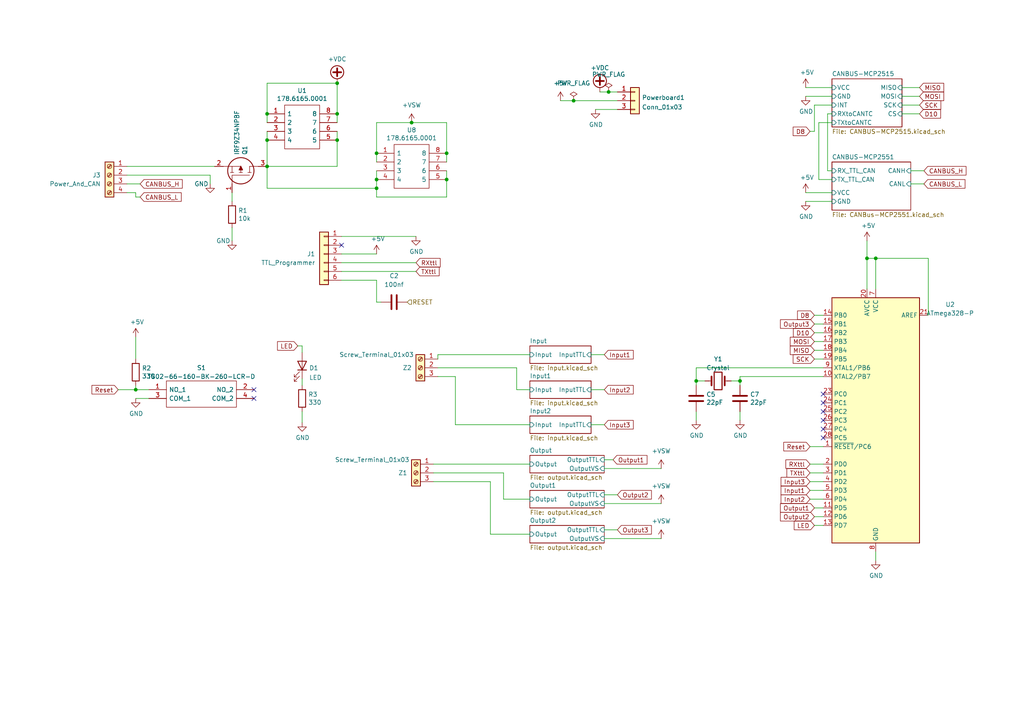
<source format=kicad_sch>
(kicad_sch (version 20250114) (generator "eeschema") (generator_version "9.0")
  (paper "A4")
  (lib_symbols
    (symbol "Connector:Screw_Terminal_01x03" (pin_names (offset 1.016) (hide yes))
      (property "Reference" "J" (at 0 5.08 0))
      (property "Value" "Screw_Terminal_01x03" (at 0 -5.08 0))
      (symbol "Screw_Terminal_01x03_1_1"
        (rectangle (start -1.27 3.81) (end 1.27 -3.81) (stroke (width 0.254)) (fill (type background)))
        (polyline (pts (xy -0.5334 2.8702) (xy 0.3302 2.032)) (stroke (width 0.1524)))
        (polyline (pts (xy -0.5334 0.3302) (xy 0.3302 -0.508)) (stroke (width 0.1524)))
        (polyline (pts (xy -0.5334 -2.2098) (xy 0.3302 -3.048)) (stroke (width 0.1524)))
        (polyline (pts (xy -0.3556 3.048) (xy 0.508 2.2098)) (stroke (width 0.1524)))
        (polyline (pts (xy -0.3556 0.508) (xy 0.508 -0.3302)) (stroke (width 0.1524)))
        (polyline (pts (xy -0.3556 -2.032) (xy 0.508 -2.8702)) (stroke (width 0.1524)))
        (circle (center 0 2.54) (radius 0.635) (stroke (width 0.1524)))
        (circle (center 0 0) (radius 0.635) (stroke (width 0.1524)))
        (circle (center 0 -2.54) (radius 0.635) (stroke (width 0.1524)))
        (pin passive line (at -5.08 2.54 0) (length 3.81) (name "Pin_1") (number "1"))
        (pin passive line (at -5.08 0 0) (length 3.81) (name "Pin_2") (number "2"))
        (pin passive line (at -5.08 -2.54 0) (length 3.81) (name "Pin_3") (number "3"))
      )
    )
    (symbol "Connector:Screw_Terminal_01x04" (pin_names (offset 1.016) (hide yes))
      (property "Reference" "J" (at 0 5.08 0))
      (property "Value" "Screw_Terminal_01x04" (at 0 -7.62 0))
      (symbol "Screw_Terminal_01x04_1_1"
        (rectangle (start -1.27 3.81) (end 1.27 -6.35) (stroke (width 0.254)) (fill (type background)))
        (polyline (pts (xy -0.5334 2.8702) (xy 0.3302 2.032)) (stroke (width 0.1524)))
        (polyline (pts (xy -0.5334 0.3302) (xy 0.3302 -0.508)) (stroke (width 0.1524)))
        (polyline (pts (xy -0.5334 -2.2098) (xy 0.3302 -3.048)) (stroke (width 0.1524)))
        (polyline (pts (xy -0.5334 -4.7498) (xy 0.3302 -5.588)) (stroke (width 0.1524)))
        (polyline (pts (xy -0.3556 3.048) (xy 0.508 2.2098)) (stroke (width 0.1524)))
        (polyline (pts (xy -0.3556 0.508) (xy 0.508 -0.3302)) (stroke (width 0.1524)))
        (polyline (pts (xy -0.3556 -2.032) (xy 0.508 -2.8702)) (stroke (width 0.1524)))
        (polyline (pts (xy -0.3556 -4.572) (xy 0.508 -5.4102)) (stroke (width 0.1524)))
        (circle (center 0 2.54) (radius 0.635) (stroke (width 0.1524)))
        (circle (center 0 0) (radius 0.635) (stroke (width 0.1524)))
        (circle (center 0 -2.54) (radius 0.635) (stroke (width 0.1524)))
        (circle (center 0 -5.08) (radius 0.635) (stroke (width 0.1524)))
        (pin passive line (at -5.08 2.54 0) (length 3.81) (name "Pin_1") (number "1"))
        (pin passive line (at -5.08 0 0) (length 3.81) (name "Pin_2") (number "2"))
        (pin passive line (at -5.08 -2.54 0) (length 3.81) (name "Pin_3") (number "3"))
        (pin passive line (at -5.08 -5.08 0) (length 3.81) (name "Pin_4") (number "4"))
      )
    )
    (symbol "Connector_Generic:Conn_01x03" (pin_names (offset 1.016) (hide yes))
      (property "Reference" "J" (at 0 5.08 0))
      (property "Value" "Conn_01x03" (at 0 -5.08 0))
      (symbol "Conn_01x03_1_1"
        (rectangle (start -1.27 3.81) (end 1.27 -3.81) (stroke (width 0.254)) (fill (type background)))
        (rectangle (start -1.27 2.667) (end 0 2.413) (stroke (width 0.1524)))
        (rectangle (start -1.27 0.127) (end 0 -0.127) (stroke (width 0.1524)))
        (rectangle (start -1.27 -2.413) (end 0 -2.667) (stroke (width 0.1524)))
        (pin passive line (at -5.08 2.54 0) (length 3.81) (name "Pin_1") (number "1"))
        (pin passive line (at -5.08 0 0) (length 3.81) (name "Pin_2") (number "2"))
        (pin passive line (at -5.08 -2.54 0) (length 3.81) (name "Pin_3") (number "3"))
      )
    )
    (symbol "Connector_Generic:Conn_01x06" (pin_names (offset 1.016) (hide yes))
      (property "Reference" "J" (at 0 7.62 0))
      (property "Value" "Conn_01x06" (at 0 -10.16 0))
      (symbol "Conn_01x06_1_1"
        (rectangle (start -1.27 6.35) (end 1.27 -8.89) (stroke (width 0.254)) (fill (type background)))
        (rectangle (start -1.27 5.207) (end 0 4.953) (stroke (width 0.1524)))
        (rectangle (start -1.27 2.667) (end 0 2.413) (stroke (width 0.1524)))
        (rectangle (start -1.27 0.127) (end 0 -0.127) (stroke (width 0.1524)))
        (rectangle (start -1.27 -2.413) (end 0 -2.667) (stroke (width 0.1524)))
        (rectangle (start -1.27 -4.953) (end 0 -5.207) (stroke (width 0.1524)))
        (rectangle (start -1.27 -7.493) (end 0 -7.747) (stroke (width 0.1524)))
        (pin passive line (at -5.08 5.08 0) (length 3.81) (name "Pin_1") (number "1"))
        (pin passive line (at -5.08 2.54 0) (length 3.81) (name "Pin_2") (number "2"))
        (pin passive line (at -5.08 0 0) (length 3.81) (name "Pin_3") (number "3"))
        (pin passive line (at -5.08 -2.54 0) (length 3.81) (name "Pin_4") (number "4"))
        (pin passive line (at -5.08 -5.08 0) (length 3.81) (name "Pin_5") (number "5"))
        (pin passive line (at -5.08 -7.62 0) (length 3.81) (name "Pin_6") (number "6"))
      )
    )
    (symbol "Device:C" (pin_numbers (hide yes)) (pin_names (offset 0.254))
      (property "Reference" "C" (at 0.635 2.54 0))
      (property "Value" "C" (at 0.635 -2.54 0))
      (symbol "C_0_1"
        (polyline (pts (xy -2.032 0.762) (xy 2.032 0.762)) (stroke (width 0.508)))
        (polyline (pts (xy -2.032 -0.762) (xy 2.032 -0.762)) (stroke (width 0.508)))
      )
      (symbol "C_1_1"
        (pin passive line (at 0 3.81 270) (length 2.794) (name "~") (number "1"))
        (pin passive line (at 0 -3.81 90) (length 2.794) (name "~") (number "2"))
      )
    )
    (symbol "Device:Crystal" (pin_numbers (hide yes)) (pin_names (offset 1.016) (hide yes))
      (property "Reference" "Y" (at 0 3.81 0))
      (property "Value" "Crystal" (at 0 -3.81 0))
      (symbol "Crystal_0_1"
        (polyline (pts (xy -2.54 0) (xy -1.905 0)))
        (polyline (pts (xy -1.905 -1.27) (xy -1.905 1.27)) (stroke (width 0.508)))
        (rectangle (start -1.143 2.54) (end 1.143 -2.54) (stroke (width 0.3048)))
        (polyline (pts (xy 1.905 -1.27) (xy 1.905 1.27)) (stroke (width 0.508)))
        (polyline (pts (xy 2.54 0) (xy 1.905 0)))
      )
      (symbol "Crystal_1_1"
        (pin passive line (at -3.81 0 0) (length 1.27) (name "1") (number "1"))
        (pin passive line (at 3.81 0 180) (length 1.27) (name "2") (number "2"))
      )
    )
    (symbol "Device:LED" (pin_numbers (hide yes)) (pin_names (offset 1.016) (hide yes))
      (property "Reference" "D" (at 0 2.54 0))
      (property "Value" "LED" (at 0 -2.54 0))
      (symbol "LED_0_1"
        (polyline (pts (xy -3.048 -0.762) (xy -4.572 -2.286) (xy -3.81 -2.286) (xy -4.572 -2.286) (xy -4.572 -1.524)))
        (polyline (pts (xy -1.778 -0.762) (xy -3.302 -2.286) (xy -2.54 -2.286) (xy -3.302 -2.286) (xy -3.302 -1.524)))
        (polyline (pts (xy -1.27 0) (xy 1.27 0)))
        (polyline (pts (xy -1.27 -1.27) (xy -1.27 1.27)) (stroke (width 0.254)))
        (polyline (pts (xy 1.27 -1.27) (xy 1.27 1.27) (xy -1.27 0) (xy 1.27 -1.27)) (stroke (width 0.254)))
      )
      (symbol "LED_1_1"
        (pin passive line (at -3.81 0 0) (length 2.54) (name "K") (number "1"))
        (pin passive line (at 3.81 0 180) (length 2.54) (name "A") (number "2"))
      )
    )
    (symbol "Device:R" (pin_numbers (hide yes)) (pin_names (offset 0))
      (property "Reference" "R" (at 2.032 0 90))
      (property "Value" "R" (at 0 0 90))
      (symbol "R_0_1"
        (rectangle (start -1.016 -2.54) (end 1.016 2.54) (stroke (width 0.254)))
      )
      (symbol "R_1_1"
        (pin passive line (at 0 3.81 270) (length 1.27) (name "~") (number "1"))
        (pin passive line (at 0 -3.81 90) (length 1.27) (name "~") (number "2"))
      )
    )
    (symbol "MCU_Microchip_ATmega:ATmega328-P"
      (property "Reference" "U" (at -12.7 36.83 0))
      (property "Value" "ATmega328-P" (at 2.54 -36.83 0))
      (symbol "ATmega328-P_0_1"
        (rectangle (start -12.7 -35.56) (end 12.7 35.56) (stroke (width 0.254)) (fill (type background)))
      )
      (symbol "ATmega328-P_1_1"
        (pin passive line (at -15.24 30.48 0) (length 2.54) (name "AREF") (number "21"))
        (pin power_in line (at 0 38.1 270) (length 2.54) (name "VCC") (number "7"))
        (pin passive line (at 0 -38.1 90) (length 2.54) (hide yes) (name "GND") (number "22"))
        (pin power_in line (at 0 -38.1 90) (length 2.54) (name "GND") (number "8"))
        (pin power_in line (at 2.54 38.1 270) (length 2.54) (name "AVCC") (number "20"))
        (pin bidirectional line (at 15.24 30.48 180) (length 2.54) (name "PB0") (number "14"))
        (pin bidirectional line (at 15.24 27.94 180) (length 2.54) (name "PB1") (number "15"))
        (pin bidirectional line (at 15.24 25.4 180) (length 2.54) (name "PB2") (number "16"))
        (pin bidirectional line (at 15.24 22.86 180) (length 2.54) (name "PB3") (number "17"))
        (pin bidirectional line (at 15.24 20.32 180) (length 2.54) (name "PB4") (number "18"))
        (pin bidirectional line (at 15.24 17.78 180) (length 2.54) (name "PB5") (number "19"))
        (pin bidirectional line (at 15.24 15.24 180) (length 2.54) (name "XTAL1/PB6") (number "9"))
        (pin bidirectional line (at 15.24 12.7 180) (length 2.54) (name "XTAL2/PB7") (number "10"))
        (pin bidirectional line (at 15.24 7.62 180) (length 2.54) (name "PC0") (number "23"))
        (pin bidirectional line (at 15.24 5.08 180) (length 2.54) (name "PC1") (number "24"))
        (pin bidirectional line (at 15.24 2.54 180) (length 2.54) (name "PC2") (number "25"))
        (pin bidirectional line (at 15.24 0 180) (length 2.54) (name "PC3") (number "26"))
        (pin bidirectional line (at 15.24 -2.54 180) (length 2.54) (name "PC4") (number "27"))
        (pin bidirectional line (at 15.24 -5.08 180) (length 2.54) (name "PC5") (number "28"))
        (pin bidirectional line (at 15.24 -7.62 180) (length 2.54) (name "~{RESET}/PC6") (number "1"))
        (pin bidirectional line (at 15.24 -12.7 180) (length 2.54) (name "PD0") (number "2"))
        (pin bidirectional line (at 15.24 -15.24 180) (length 2.54) (name "PD1") (number "3"))
        (pin bidirectional line (at 15.24 -17.78 180) (length 2.54) (name "PD2") (number "4"))
        (pin bidirectional line (at 15.24 -20.32 180) (length 2.54) (name "PD3") (number "5"))
        (pin bidirectional line (at 15.24 -22.86 180) (length 2.54) (name "PD4") (number "6"))
        (pin bidirectional line (at 15.24 -25.4 180) (length 2.54) (name "PD5") (number "11"))
        (pin bidirectional line (at 15.24 -27.94 180) (length 2.54) (name "PD6") (number "12"))
        (pin bidirectional line (at 15.24 -30.48 180) (length 2.54) (name "PD7") (number "13"))
      )
    )
    (symbol "SamacSys_Parts:178.6165.0001" (pin_names (offset 0.762))
      (property "Reference" "U" (at 16.51 7.62 0))
      (property "Value" "SamacSys_Parts_178.6165.0001" (at 16.51 5.08 0))
      (symbol "178.6165.0001_0_0"
        (pin passive line (at 0 0 0) (length 5.08) (name "1") (number "1"))
        (pin passive line (at 0 -2.54 0) (length 5.08) (name "2") (number "2"))
        (pin passive line (at 0 -5.08 0) (length 5.08) (name "3") (number "3"))
        (pin passive line (at 0 -7.62 0) (length 5.08) (name "4") (number "4"))
        (pin passive line (at 20.32 0 180) (length 5.08) (name "8") (number "8"))
        (pin passive line (at 20.32 -2.54 180) (length 5.08) (name "7") (number "7"))
        (pin passive line (at 20.32 -5.08 180) (length 5.08) (name "6") (number "6"))
        (pin passive line (at 20.32 -7.62 180) (length 5.08) (name "5") (number "5"))
      )
      (symbol "178.6165.0001_0_1"
        (polyline (pts (xy 5.08 2.54) (xy 15.24 2.54) (xy 15.24 -10.16) (xy 5.08 -10.16) (xy 5.08 2.54)) (stroke (width 0.1524)))
      )
    )
    (symbol "SamacSys_Parts:IRF9Z34NPBF" (pin_names (offset 0.762))
      (property "Reference" "Q" (at 11.43 3.81 0))
      (property "Value" "SamacSys_Parts_IRF9Z34NPBF" (at 11.43 1.27 0))
      (symbol "IRF9Z34NPBF_0_0"
        (pin passive line (at 0 0 0) (length 2.54) (name "~") (number "1"))
        (pin passive line (at 7.62 10.16 270) (length 2.54) (name "~") (number "3"))
        (pin passive line (at 7.62 -5.08 90) (length 2.54) (name "~") (number "2"))
      )
      (symbol "IRF9Z34NPBF_0_1"
        (polyline (pts (xy 2.54 0) (xy 5.08 0) (xy 5.08 5.08)) (stroke (width 0.1524)))
        (polyline (pts (xy 5.842 5.588) (xy 5.842 4.572)) (stroke (width 0.1524)))
        (polyline (pts (xy 5.842 2.032) (xy 5.842 3.048)) (stroke (width 0.1524)))
        (polyline (pts (xy 5.842 0) (xy 7.62 0)) (stroke (width 0.1524)))
        (polyline (pts (xy 5.842 -0.508) (xy 5.842 0.508)) (stroke (width 0.1524)))
        (circle (center 6.35 2.54) (radius 3.81) (stroke (width 0.254)))
        (polyline (pts (xy 7.62 5.08) (xy 5.842 5.08)) (stroke (width 0.1524)))
        (polyline (pts (xy 7.62 5.08) (xy 7.62 7.62)) (stroke (width 0.1524)))
        (polyline (pts (xy 7.62 2.54) (xy 5.842 2.54)) (stroke (width 0.1524)))
        (polyline (pts (xy 7.62 2.54) (xy 7.62 -2.54)) (stroke (width 0.1524)))
        (polyline (pts (xy 7.62 2.54) (xy 6.604 3.048) (xy 6.604 2.032) (xy 7.62 2.54)) (stroke (width 0.254)) (fill (type outline)))
      )
    )
    (symbol "SamacSys_Parts:TS02-66-160-BK-260-LCR-D" (pin_names (offset 0.762))
      (property "Reference" "S" (at 26.67 7.62 0))
      (property "Value" "TS02-66-160-BK-260-LCR-D" (at 26.67 5.08 0))
      (symbol "TS02-66-160-BK-260-LCR-D_0_0"
        (pin passive line (at 0 0 0) (length 5.08) (name "NO_1") (number "1"))
        (pin passive line (at 0 -2.54 0) (length 5.08) (name "COM_1") (number "3"))
        (pin passive line (at 30.48 0 180) (length 5.08) (name "NO_2") (number "2"))
        (pin passive line (at 30.48 -2.54 180) (length 5.08) (name "COM_2") (number "4"))
      )
      (symbol "TS02-66-160-BK-260-LCR-D_0_1"
        (polyline (pts (xy 5.08 2.54) (xy 25.4 2.54) (xy 25.4 -5.08) (xy 5.08 -5.08) (xy 5.08 2.54)) (stroke (width 0.1524)))
      )
    )
    (symbol "power:+5V" (power) (pin_names (offset 0))
      (property "Value" "+5V" (at 0 3.556 0))
      (symbol "+5V_0_1"
        (polyline (pts (xy -0.762 1.27) (xy 0 2.54)))
        (polyline (pts (xy 0 2.54) (xy 0.762 1.27)))
        (polyline (pts (xy 0 0) (xy 0 2.54)))
      )
      (symbol "+5V_1_1"
        (pin power_in line (at 0 0 90) (length 0) (hide yes) (name "+5V") (number "1"))
      )
    )
    (symbol "power:+VDC" (power) (pin_names (offset 0))
      (property "Value" "+VDC" (at 0 6.35 0))
      (symbol "+VDC_0_1"
        (polyline (pts (xy -1.143 3.175) (xy 1.143 3.175)) (stroke (width 0.508)))
        (circle (center 0 3.175) (radius 1.905) (stroke (width 0.254)))
        (polyline (pts (xy 0 2.032) (xy 0 4.318)) (stroke (width 0.508)))
        (polyline (pts (xy 0 0) (xy 0 1.27)))
      )
      (symbol "+VDC_1_1"
        (pin power_in line (at 0 0 90) (length 0) (hide yes) (name "+VDC") (number "1"))
      )
    )
    (symbol "power:+VSW" (power) (pin_numbers (hide yes)) (pin_names (offset 0) (hide yes))
      (property "Value" "+VSW" (at 0 3.556 0))
      (symbol "+VSW_0_1"
        (polyline (pts (xy -0.762 1.27) (xy 0 2.54)))
        (polyline (pts (xy 0 2.54) (xy 0.762 1.27)))
        (polyline (pts (xy 0 0) (xy 0 2.54)))
      )
      (symbol "+VSW_1_1"
        (pin power_in line (at 0 0 90) (length 0) (name "~") (number "1"))
      )
    )
    (symbol "power:GND" (power) (pin_names (offset 0))
      (property "Value" "GND" (at 0 -3.81 0))
      (symbol "GND_0_1"
        (polyline (pts (xy 0 0) (xy 0 -1.27) (xy 1.27 -1.27) (xy 0 -2.54) (xy -1.27 -1.27) (xy 0 -1.27)))
      )
      (symbol "GND_1_1"
        (pin power_in line (at 0 0 270) (length 0) (hide yes) (name "GND") (number "1"))
      )
    )
    (symbol "power:PWR_FLAG" (power) (pin_numbers (hide yes)) (pin_names (offset 0) (hide yes))
      (property "Value" "PWR_FLAG" (at 0 3.81 0))
      (symbol "PWR_FLAG_0_0"
        (pin power_out line (at 0 0 90) (length 0) (name "~") (number "1"))
      )
      (symbol "PWR_FLAG_0_1"
        (polyline (pts (xy 0 0) (xy 0 1.27) (xy -1.016 1.905) (xy 0 2.54) (xy 1.016 1.905) (xy 0 1.27)))
      )
    )
  )
  (junction (at 129.54 52.07))
  (junction (at 109.22 44.45))
  (junction (at 166.37 29.21))
  (junction (at 39.37 113.03))
  (junction (at 109.22 52.07))
  (junction (at 176.53 26.67))
  (junction (at 97.79 40.64))
  (junction (at 97.79 33.02))
  (junction (at 77.47 40.64))
  (junction (at 251.46 74.93))
  (junction (at 97.79 24.13))
  (junction (at 201.93 110.49))
  (junction (at 119.38 35.56))
  (junction (at 77.47 33.02))
  (junction (at 129.54 44.45))
  (junction (at 109.22 54.61))
  (junction (at 77.47 48.26))
  (junction (at 254 74.93))
  (junction (at 214.63 110.49))
  (no_connect (at 238.76 121.92))
  (no_connect (at 73.66 113.03))
  (no_connect (at 238.76 124.46))
  (no_connect (at 238.76 119.38))
  (no_connect (at 73.66 115.57))
  (no_connect (at 99.06 71.12))
  (no_connect (at 238.76 127))
  (no_connect (at 238.76 116.84))
  (no_connect (at 238.76 114.3))
  (wire (pts (xy 175.26 143.51) (xy 179.07 143.51)))
  (wire (pts (xy 109.22 52.07) (xy 109.22 54.61)))
  (wire (pts (xy 171.45 102.87) (xy 175.26 102.87)))
  (wire (pts (xy 99.06 68.58) (xy 120.65 68.58)))
  (wire (pts (xy 77.47 35.56) (xy 77.47 33.02)))
  (wire (pts (xy 129.54 57.15) (xy 109.22 57.15)))
  (wire (pts (xy 254 160.02) (xy 254 162.56)))
  (wire (pts (xy 234.95 142.24) (xy 238.76 142.24)))
  (wire (pts (xy 240.03 33.02) (xy 240.03 49.53)))
  (wire (pts (xy 201.93 110.49) (xy 201.93 111.76)))
  (wire (pts (xy 129.54 44.45) (xy 129.54 35.56)))
  (wire (pts (xy 109.22 49.53) (xy 109.22 52.07)))
  (wire (pts (xy 40.64 57.15) (xy 39.37 57.15)))
  (wire (pts (xy 109.22 87.63) (xy 110.49 87.63)))
  (wire (pts (xy 264.16 53.34) (xy 267.97 53.34)))
  (wire (pts (xy 39.37 111.76) (xy 39.37 113.03)))
  (wire (pts (xy 236.22 91.44) (xy 238.76 91.44)))
  (wire (pts (xy 36.83 53.34) (xy 40.64 53.34)))
  (wire (pts (xy 109.22 81.28) (xy 99.06 81.28)))
  (wire (pts (xy 125.73 137.16) (xy 146.05 137.16)))
  (wire (pts (xy 162.56 29.21) (xy 166.37 29.21)))
  (wire (pts (xy 39.37 97.79) (xy 39.37 104.14)))
  (wire (pts (xy 214.63 119.38) (xy 214.63 121.92)))
  (wire (pts (xy 236.22 99.06) (xy 238.76 99.06)))
  (wire (pts (xy 39.37 113.03) (xy 43.18 113.03)))
  (wire (pts (xy 175.26 133.35) (xy 177.8 133.35)))
  (wire (pts (xy 142.24 154.94) (xy 153.67 154.94)))
  (wire (pts (xy 240.03 49.53) (xy 241.3 49.53)))
  (wire (pts (xy 132.08 123.19) (xy 132.08 109.22)))
  (wire (pts (xy 236.22 96.52) (xy 238.76 96.52)))
  (wire (pts (xy 127 106.68) (xy 149.86 106.68)))
  (wire (pts (xy 261.62 27.94) (xy 266.7 27.94)))
  (wire (pts (xy 109.22 46.99) (xy 109.22 44.45)))
  (wire (pts (xy 236.22 104.14) (xy 238.76 104.14)))
  (wire (pts (xy 236.22 152.4) (xy 238.76 152.4)))
  (wire (pts (xy 149.86 113.03) (xy 153.67 113.03)))
  (wire (pts (xy 39.37 57.15) (xy 39.37 55.88)))
  (wire (pts (xy 254 74.93) (xy 251.46 74.93)))
  (wire (pts (xy 67.31 66.04) (xy 67.31 69.85)))
  (wire (pts (xy 109.22 87.63) (xy 109.22 81.28)))
  (wire (pts (xy 233.68 25.4) (xy 241.3 25.4)))
  (wire (pts (xy 269.24 91.44) (xy 269.24 74.93)))
  (wire (pts (xy 261.62 30.48) (xy 266.7 30.48)))
  (wire (pts (xy 146.05 144.78) (xy 153.67 144.78)))
  (wire (pts (xy 142.24 139.7) (xy 142.24 154.94)))
  (wire (pts (xy 77.47 24.13) (xy 77.47 33.02)))
  (wire (pts (xy 39.37 55.88) (xy 36.83 55.88)))
  (wire (pts (xy 201.93 106.68) (xy 201.93 110.49)))
  (wire (pts (xy 171.45 113.03) (xy 175.26 113.03)))
  (wire (pts (xy 234.95 137.16) (xy 238.76 137.16)))
  (wire (pts (xy 129.54 49.53) (xy 129.54 52.07)))
  (wire (pts (xy 87.63 100.33) (xy 87.63 102.235)))
  (wire (pts (xy 234.95 134.62) (xy 238.76 134.62)))
  (wire (pts (xy 99.06 73.66) (xy 109.22 73.66)))
  (wire (pts (xy 212.09 110.49) (xy 214.63 110.49)))
  (wire (pts (xy 251.46 74.93) (xy 251.46 83.82)))
  (wire (pts (xy 77.47 48.26) (xy 77.47 54.61)))
  (wire (pts (xy 254 74.93) (xy 254 83.82)))
  (wire (pts (xy 234.95 139.7) (xy 238.76 139.7)))
  (wire (pts (xy 261.62 25.4) (xy 266.7 25.4)))
  (wire (pts (xy 264.16 49.53) (xy 267.97 49.53)))
  (wire (pts (xy 233.68 58.42) (xy 241.3 58.42)))
  (wire (pts (xy 153.67 102.87) (xy 127 102.87)))
  (wire (pts (xy 67.31 58.42) (xy 67.31 55.88)))
  (wire (pts (xy 175.26 135.89) (xy 191.77 135.89)))
  (wire (pts (xy 77.47 24.13) (xy 97.79 24.13)))
  (wire (pts (xy 214.63 109.22) (xy 214.63 110.49)))
  (wire (pts (xy 237.49 35.56) (xy 237.49 52.07)))
  (wire (pts (xy 171.45 123.19) (xy 175.26 123.19)))
  (wire (pts (xy 175.26 153.67) (xy 179.07 153.67)))
  (wire (pts (xy 153.67 123.19) (xy 132.08 123.19)))
  (wire (pts (xy 125.73 134.62) (xy 153.67 134.62)))
  (wire (pts (xy 97.79 48.26) (xy 97.79 40.64)))
  (wire (pts (xy 269.24 74.93) (xy 254 74.93)))
  (wire (pts (xy 129.54 46.99) (xy 129.54 44.45)))
  (wire (pts (xy 233.68 55.88) (xy 241.3 55.88)))
  (wire (pts (xy 201.93 119.38) (xy 201.93 121.92)))
  (wire (pts (xy 97.79 33.02) (xy 97.79 24.13)))
  (wire (pts (xy 261.62 33.02) (xy 266.7 33.02)))
  (wire (pts (xy 109.22 35.56) (xy 109.22 44.45)))
  (wire (pts (xy 201.93 106.68) (xy 238.76 106.68)))
  (wire (pts (xy 175.26 156.21) (xy 191.77 156.21)))
  (wire (pts (xy 166.37 29.21) (xy 179.07 29.21)))
  (wire (pts (xy 127 102.87) (xy 127 104.14)))
  (wire (pts (xy 87.63 109.855) (xy 87.63 111.76)))
  (wire (pts (xy 97.79 35.56) (xy 97.79 33.02)))
  (wire (pts (xy 172.72 31.75) (xy 179.07 31.75)))
  (wire (pts (xy 77.47 38.1) (xy 77.47 40.64)))
  (wire (pts (xy 234.95 129.54) (xy 238.76 129.54)))
  (wire (pts (xy 241.3 30.48) (xy 236.22 30.48)))
  (wire (pts (xy 236.22 149.86) (xy 238.76 149.86)))
  (wire (pts (xy 176.53 26.67) (xy 179.07 26.67)))
  (wire (pts (xy 236.22 147.32) (xy 238.76 147.32)))
  (wire (pts (xy 236.22 93.98) (xy 238.76 93.98)))
  (wire (pts (xy 236.22 30.48) (xy 236.22 38.1)))
  (wire (pts (xy 204.47 110.49) (xy 201.93 110.49)))
  (wire (pts (xy 234.95 144.78) (xy 238.76 144.78)))
  (wire (pts (xy 119.38 35.56) (xy 129.54 35.56)))
  (wire (pts (xy 251.46 69.85) (xy 251.46 74.93)))
  (wire (pts (xy 237.49 52.07) (xy 241.3 52.07)))
  (wire (pts (xy 125.73 139.7) (xy 142.24 139.7)))
  (wire (pts (xy 236.22 101.6) (xy 238.76 101.6)))
  (wire (pts (xy 146.05 137.16) (xy 146.05 144.78)))
  (wire (pts (xy 109.22 54.61) (xy 77.47 54.61)))
  (wire (pts (xy 97.79 40.64) (xy 97.79 38.1)))
  (wire (pts (xy 236.22 38.1) (xy 234.95 38.1)))
  (wire (pts (xy 129.54 52.07) (xy 129.54 57.15)))
  (wire (pts (xy 34.29 113.03) (xy 39.37 113.03)))
  (wire (pts (xy 241.3 33.02) (xy 240.03 33.02)))
  (wire (pts (xy 99.06 76.2) (xy 120.65 76.2)))
  (wire (pts (xy 149.86 106.68) (xy 149.86 113.03)))
  (wire (pts (xy 109.22 35.56) (xy 119.38 35.56)))
  (wire (pts (xy 99.06 78.74) (xy 120.65 78.74)))
  (wire (pts (xy 77.47 40.64) (xy 77.47 48.26)))
  (wire (pts (xy 39.37 115.57) (xy 43.18 115.57)))
  (wire (pts (xy 77.47 48.26) (xy 97.79 48.26)))
  (wire (pts (xy 36.83 48.26) (xy 62.23 48.26)))
  (wire (pts (xy 175.26 146.05) (xy 191.77 146.05)))
  (wire (pts (xy 214.63 110.49) (xy 214.63 111.76)))
  (wire (pts (xy 173.99 26.67) (xy 176.53 26.67)))
  (wire (pts (xy 86.36 100.33) (xy 87.63 100.33)))
  (wire (pts (xy 214.63 109.22) (xy 238.76 109.22)))
  (wire (pts (xy 132.08 109.22) (xy 127 109.22)))
  (wire (pts (xy 87.63 119.38) (xy 87.63 122.555)))
  (wire (pts (xy 36.83 50.8) (xy 60.96 50.8)))
  (wire (pts (xy 60.96 53.34) (xy 60.96 50.8)))
  (wire (pts (xy 241.3 35.56) (xy 237.49 35.56)))
  (wire (pts (xy 233.68 27.94) (xy 241.3 27.94)))
  (wire (pts (xy 109.22 57.15) (xy 109.22 54.61)))
  (global_label "Input1" (shape input) (at 175.26 102.87 0) (property "Intersheetrefs" "${INTERSHEET_REFS}" (effects (hide yes))))
  (global_label "LED" (shape input) (at 236.22 152.4 180) (property "Intersheetrefs" "${INTERSHEET_REFS}" (effects (hide yes))))
  (global_label "CANBUS_L" (shape input) (at 267.97 53.34 0) (property "Intersheetrefs" "${INTERSHEET_REFS}" (effects (hide yes))))
  (global_label "Input2" (shape input) (at 234.95 144.78 180) (property "Intersheetrefs" "${INTERSHEET_REFS}" (effects (hide yes))))
  (global_label "Output2" (shape input) (at 236.22 149.86 180) (property "Intersheetrefs" "${INTERSHEET_REFS}" (effects (hide yes))))
  (global_label "Output1" (shape input) (at 236.22 147.32 180) (property "Intersheetrefs" "${INTERSHEET_REFS}" (effects (hide yes))))
  (global_label "SCK" (shape input) (at 236.22 104.14 180) (property "Intersheetrefs" "${INTERSHEET_REFS}" (effects (hide yes))))
  (global_label "LED" (shape input) (at 86.36 100.33 180) (property "Intersheetrefs" "${INTERSHEET_REFS}" (effects (hide yes))))
  (global_label "Input3" (shape input) (at 234.95 139.7 180) (property "Intersheetrefs" "${INTERSHEET_REFS}" (effects (hide yes))))
  (global_label "Reset" (shape input) (at 234.95 129.54 180) (property "Intersheetrefs" "${INTERSHEET_REFS}" (effects (hide yes))))
  (global_label "Input1" (shape input) (at 234.95 142.24 180) (property "Intersheetrefs" "${INTERSHEET_REFS}" (effects (hide yes))))
  (global_label "Input2" (shape input) (at 175.26 113.03 0) (property "Intersheetrefs" "${INTERSHEET_REFS}" (effects (hide yes))))
  (global_label "CANBUS_H" (shape input) (at 267.97 49.53 0) (property "Intersheetrefs" "${INTERSHEET_REFS}" (effects (hide yes))))
  (global_label "MISO" (shape input) (at 266.7 25.4 0) (property "Intersheetrefs" "${INTERSHEET_REFS}" (effects (hide yes))))
  (global_label "Output3" (shape input) (at 236.22 93.98 180) (property "Intersheetrefs" "${INTERSHEET_REFS}" (effects (hide yes))))
  (global_label "MOSI" (shape input) (at 266.7 27.94 0) (property "Intersheetrefs" "${INTERSHEET_REFS}" (effects (hide yes))))
  (global_label "Output1" (shape input) (at 177.8 133.35 0) (property "Intersheetrefs" "${INTERSHEET_REFS}" (effects (hide yes))))
  (global_label "TXttl" (shape input) (at 120.65 78.74 0) (property "Intersheetrefs" "${INTERSHEET_REFS}" (effects (hide yes))))
  (global_label "TXttl" (shape input) (at 234.95 137.16 180) (property "Intersheetrefs" "${INTERSHEET_REFS}" (effects (hide yes))))
  (global_label "RXttl" (shape input) (at 234.95 134.62 180) (property "Intersheetrefs" "${INTERSHEET_REFS}" (effects (hide yes))))
  (global_label "D8" (shape input) (at 234.95 38.1 180) (property "Intersheetrefs" "${INTERSHEET_REFS}" (effects (hide yes))))
  (global_label "Reset" (shape input) (at 34.29 113.03 180) (property "Intersheetrefs" "${INTERSHEET_REFS}" (effects (hide yes))))
  (global_label "Input3" (shape input) (at 175.26 123.19 0) (property "Intersheetrefs" "${INTERSHEET_REFS}" (effects (hide yes))))
  (global_label "CANBUS_L" (shape input) (at 40.64 57.15 0) (property "Intersheetrefs" "${INTERSHEET_REFS}" (effects (hide yes))))
  (global_label "MISO" (shape input) (at 236.22 101.6 180) (property "Intersheetrefs" "${INTERSHEET_REFS}" (effects (hide yes))))
  (global_label "Output2" (shape input) (at 179.07 143.51 0) (property "Intersheetrefs" "${INTERSHEET_REFS}" (effects (hide yes))))
  (global_label "Output3" (shape input) (at 179.07 153.67 0) (property "Intersheetrefs" "${INTERSHEET_REFS}" (effects (hide yes))))
  (global_label "CANBUS_H" (shape input) (at 40.64 53.34 0) (property "Intersheetrefs" "${INTERSHEET_REFS}" (effects (hide yes))))
  (global_label "D10" (shape input) (at 236.22 96.52 180) (property "Intersheetrefs" "${INTERSHEET_REFS}" (effects (hide yes))))
  (global_label "D8" (shape input) (at 236.22 91.44 180) (property "Intersheetrefs" "${INTERSHEET_REFS}" (effects (hide yes))))
  (global_label "MOSI" (shape input) (at 236.22 99.06 180) (property "Intersheetrefs" "${INTERSHEET_REFS}" (effects (hide yes))))
  (global_label "D10" (shape input) (at 266.7 33.02 0) (property "Intersheetrefs" "${INTERSHEET_REFS}" (effects (hide yes))))
  (global_label "SCK" (shape input) (at 266.7 30.48 0) (property "Intersheetrefs" "${INTERSHEET_REFS}" (effects (hide yes))))
  (global_label "RXttl" (shape input) (at 120.65 76.2 0) (property "Intersheetrefs" "${INTERSHEET_REFS}" (effects (hide yes))))
  (hierarchical_label "RESET" (shape input) (at 118.11 87.63 0))
  (symbol (lib_id "power:+5V") (at 162.56 29.21 0) (unit 1)
    (property "Reference" "#PWR07" (effects (hide yes)))
    (property "Value" "+5V" (at 162.56 24.13 0))
    (property "Description" "Power symbol creates a global label with name \"+5V\"" (effects (hide yes)))
  )
  (symbol (lib_id "power:GND") (at 39.37 115.57 0) (unit 1)
    (property "Reference" "#PWR04" (effects (hide yes)))
    (property "Value" "GND" (at 39.497 119.9642 0))
  )
  (symbol (lib_id "SamacSys_Parts:IRF9Z34NPBF") (at 67.31 55.88 270) (mirror x) (unit 1)
    (property "Reference" "Q1" (at 71.0184 44.958 0) (effects (justify left)))
    (property "Value" "IRF9Z34NPBF" (at 68.707 44.958 0) (effects (justify left)))
    (property "Footprint" "SamacSys_Parts:TO254P469X1042X1967-3P" (effects (hide yes)))
    (property "Datasheet" "https://www.infineon.com/dgdl/irf9z34npbf.pdf?fileId=5546d462533600a40153561220af1ddd" (effects (hide yes)))
    (property "Description" "MOSFET MOSFT PCh -55V -17A 100mOhm 23.3nC" (effects (hide yes)))
    (property "Height" "4.69" (effects (hide yes)))
    (property "Mouser Part Number" "942-IRF9Z34NPBF" (effects (hide yes)))
    (property "Mouser Price/Stock" "https://www.mouser.co.uk/ProductDetail/Infineon-IR/IRF9Z34NPBF?qs=9%252BKlkBgLFf16a%2FvlD%252BMCtQ%3D%3D" (effects (hide yes)))
    (property "Manufacturer_Name" "Infineon" (effects (hide yes)))
    (property "Manufacturer_Part_Number" "IRF9Z34NPBF" (effects (hide yes)))
  )
  (symbol (lib_id "SamacSys_Parts:178.6165.0001") (at 109.22 44.45 0) (unit 1)
    (property "Reference" "U8" (at 119.38 37.719 0))
    (property "Value" "178.6165.0001" (at 119.38 40.0304 0))
    (property "Footprint" "SamacSys_Parts:17861650001" (effects (hide yes)))
    (property "Description" "FLR PCB FUSE HOLDER FOR ATO STYLE BLADE FUSE RATED 58V" (effects (hide yes)))
    (property "Height" "17.5" (effects (hide yes)))
    (property "Mouser Part Number" "576-178.6165.0001" (effects (hide yes)))
    (property "Mouser Price/Stock" "https://www.mouser.co.uk/ProductDetail/Littelfuse/17861650001?qs=CSLd874fYV1KI1oBGU5EQg%3D%3D" (effects (hide yes)))
    (property "Manufacturer_Name" "LITTELFUSE" (effects (hide yes)))
    (property "Manufacturer_Part_Number" "178.6165.0001" (effects (hide yes)))
  )
  (symbol (lib_id "power:GND") (at 172.72 31.75 0) (unit 1)
    (property "Reference" "#PWR09" (effects (hide yes)))
    (property "Value" "GND" (at 172.847 36.1442 0))
    (property "Description" "Power symbol creates a global label with name \"GND\" , ground" (effects (hide yes)))
  )
  (symbol (lib_id "Connector:Screw_Terminal_01x03") (at 120.65 137.16 0) (mirror y) (unit 1)
    (property "Reference" "Z1" (at 116.84 137.16 0))
    (property "Value" "Screw_Terminal_01x03" (at 107.95 133.35 0))
    (property "Footprint" "TerminalBlock_Phoenix:TerminalBlock_Phoenix_MKDS-1,5-3-5.08_1x03_P5.08mm_Horizontal" (effects (hide yes)))
  )
  (symbol (lib_id "power:+VSW") (at 119.38 35.56 0) (unit 1)
    (property "Reference" "#PWR01" (effects (hide yes)))
    (property "Value" "+VSW" (at 119.38 30.48 0))
    (property "Description" "Power symbol creates a global label with name \"+VSW\"" (effects (hide yes)))
  )
  (symbol (lib_id "power:PWR_FLAG") (at 176.53 26.67 0) (unit 1)
    (property "Reference" "#FLG02" (effects (hide yes)))
    (property "Value" "PWR_FLAG" (at 176.53 21.59 0))
    (property "Description" "Special symbol for telling ERC where power comes from" (effects (hide yes)))
  )
  (symbol (lib_id "power:+VSW") (at 191.77 135.89 0) (unit 1)
    (property "Reference" "#PWR014" (effects (hide yes)))
    (property "Value" "+VSW" (at 191.77 130.81 0))
    (property "Description" "Power symbol creates a global label with name \"+VSW\"" (effects (hide yes)))
  )
  (symbol (lib_id "power:GND") (at 120.65 68.58 0) (unit 1)
    (property "Reference" "#PWR010" (effects (hide yes)))
    (property "Value" "GND" (at 120.777 72.9742 0))
  )
  (symbol (lib_id "power:+5V") (at 39.37 97.79 0) (unit 1)
    (property "Reference" "#PWR03" (effects (hide yes)))
    (property "Value" "+5V" (at 39.751 93.3958 0))
  )
  (symbol (lib_id "power:GND") (at 254 162.56 0) (unit 1)
    (property "Reference" "#PWR021" (effects (hide yes)))
    (property "Value" "GND" (at 254.127 166.9542 0))
  )
  (symbol (lib_id "power:+VDC") (at 173.99 26.67 0) (unit 1)
    (property "Reference" "#PWR011" (effects (hide yes)))
    (property "Value" "+VDC" (at 173.99 19.685 0))
    (property "Description" "Power symbol creates a global label with name \"+VDC\"" (effects (hide yes)))
  )
  (symbol (lib_id "power:GND") (at 87.63 122.555 0) (unit 1)
    (property "Reference" "#PWR06" (effects (hide yes)))
    (property "Value" "GND" (at 87.757 126.9492 0))
  )
  (symbol (lib_id "power:+5V") (at 233.68 55.88 0) (unit 1)
    (property "Reference" "#PWR018" (effects (hide yes)))
    (property "Value" "+5V" (at 234.061 51.4858 0))
  )
  (symbol (lib_id "power:GND") (at 60.96 53.34 0) (unit 1)
    (property "Reference" "#PWR012" (effects (hide yes)))
    (property "Value" "GND" (at 58.42 53.34 0))
  )
  (symbol (lib_id "power:+5V") (at 251.46 69.85 0) (unit 1)
    (property "Reference" "#PWR020" (effects (hide yes)))
    (property "Value" "+5V" (at 251.841 65.4558 0))
  )
  (symbol (lib_id "Connector:Screw_Terminal_01x04") (at 31.75 50.8 0) (mirror y) (unit 1)
    (property "Reference" "J3" (at 29.21 50.7999 0) (effects (justify left)))
    (property "Value" "Power_And_CAN" (at 29.21 53.3399 0) (effects (justify left)))
    (property "Footprint" "TerminalBlock_Phoenix:TerminalBlock_Phoenix_MPT-0,5-4-2.54_1x04_P2.54mm_Horizontal" (effects (hide yes)))
    (property "Description" "Generic screw terminal, single row, 01x04, script generated (kicad-library-utils/schlib/autogen/connector/)" (effects (hide yes)))
  )
  (symbol (lib_id "Device:C") (at 201.93 115.57 0) (unit 1)
    (property "Reference" "C5" (at 204.851 114.4016 0) (effects (justify left)))
    (property "Value" "22pF" (at 204.851 116.713 0) (effects (justify left)))
    (property "Footprint" "Capacitor_SMD:C_1206_3216Metric_Pad1.33x1.80mm_HandSolder" (effects (hide yes)))
  )
  (symbol (lib_id "Device:R") (at 39.37 107.95 0) (unit 1)
    (property "Reference" "R2" (at 41.148 106.7816 0) (effects (justify left)))
    (property "Value" "330" (at 41.148 109.093 0) (effects (justify left)))
    (property "Footprint" "Resistor_SMD:R_1206_3216Metric_Pad1.30x1.75mm_HandSolder" (effects (hide yes)))
  )
  (symbol (lib_id "power:GND") (at 233.68 27.94 0) (unit 1)
    (property "Reference" "#PWR017" (effects (hide yes)))
    (property "Value" "GND" (at 233.807 32.3342 0))
  )
  (symbol (lib_id "power:PWR_FLAG") (at 166.37 29.21 0) (unit 1)
    (property "Reference" "#FLG01" (effects (hide yes)))
    (property "Value" "PWR_FLAG" (at 166.37 24.13 0))
    (property "Description" "Special symbol for telling ERC where power comes from" (effects (hide yes)))
  )
  (symbol (lib_id "Device:R") (at 87.63 115.57 0) (unit 1)
    (property "Reference" "R3" (at 89.408 114.4016 0) (effects (justify left)))
    (property "Value" "330" (at 89.408 116.713 0) (effects (justify left)))
    (property "Footprint" "Resistor_SMD:R_1206_3216Metric_Pad1.30x1.75mm_HandSolder" (effects (hide yes)))
  )
  (symbol (lib_id "Connector_Generic:Conn_01x06") (at 93.98 73.66 0) (mirror y) (unit 1)
    (property "Reference" "J1" (at 91.44 73.6599 0) (effects (justify left)))
    (property "Value" "TTL_Programmer" (at 91.44 76.1999 0) (effects (justify left)))
    (property "Footprint" "Connector_PinHeader_2.54mm:PinHeader_1x06_P2.54mm_Vertical" (effects (hide yes)))
    (property "Description" "Generic connector, single row, 01x06, script generated (kicad-library-utils/schlib/autogen/connector/)" (effects (hide yes)))
  )
  (symbol (lib_id "power:GND") (at 233.68 58.42 0) (unit 1)
    (property "Reference" "#PWR019" (effects (hide yes)))
    (property "Value" "GND" (at 233.807 62.8142 0))
  )
  (symbol (lib_id "Device:C") (at 214.63 115.57 0) (unit 1)
    (property "Reference" "C7" (at 217.551 114.4016 0) (effects (justify left)))
    (property "Value" "22pF" (at 217.551 116.713 0) (effects (justify left)))
    (property "Footprint" "Capacitor_SMD:C_1206_3216Metric_Pad1.33x1.80mm_HandSolder" (effects (hide yes)))
  )
  (symbol (lib_id "Connector:Screw_Terminal_01x03") (at 121.92 106.68 0) (mirror y) (unit 1)
    (property "Reference" "Z2" (at 118.11 106.68 0))
    (property "Value" "Screw_Terminal_01x03" (at 109.22 102.87 0))
    (property "Footprint" "TerminalBlock_Phoenix:TerminalBlock_Phoenix_MKDS-1,5-3-5.08_1x03_P5.08mm_Horizontal" (effects (hide yes)))
  )
  (symbol (lib_id "MCU_Microchip_ATmega:ATmega328-P") (at 254 121.92 0) (mirror y) (unit 1)
    (property "Reference" "U2" (at 275.59 88.3159 0))
    (property "Value" "ATmega328-P" (at 275.59 90.8559 0))
    (property "Footprint" "Package_DIP:DIP-28_W7.62mm" (effects (hide yes)))
    (property "Datasheet" "http://ww1.microchip.com/downloads/en/DeviceDoc/ATmega328_P%20AVR%20MCU%20with%20picoPower%20Technology%20Data%20Sheet%2040001984A.pdf" (effects (hide yes)))
  )
  (symbol (lib_id "Connector_Generic:Conn_01x03") (at 184.15 29.21 0) (unit 1)
    (property "Reference" "Powerboard1" (at 186.182 28.3015 0) (effects (justify left)))
    (property "Value" "Conn_01x03" (at 186.182 31.0766 0) (effects (justify left)))
    (property "Footprint" "Connector_PinHeader_2.54mm:PinHeader_1x03_P2.54mm_Vertical" (effects (hide yes)))
    (property "Description" "Generic connector, single row, 01x03, script generated (kicad-library-utils/schlib/autogen/connector/)" (effects (hide yes)))
  )
  (symbol (lib_id "Device:Crystal") (at 208.28 110.49 0) (unit 1)
    (property "Reference" "Y1" (at 208.28 104.14 0))
    (property "Value" "Crystal" (at 208.28 106.68 0))
    (property "Footprint" "Crystal:Crystal_HC49-U_Vertical" (effects (hide yes)))
  )
  (symbol (lib_id "SamacSys_Parts:178.6165.0001") (at 77.47 33.02 0) (unit 1)
    (property "Reference" "U1" (at 87.63 26.289 0))
    (property "Value" "178.6165.0001" (at 87.63 28.6004 0))
    (property "Footprint" "SamacSys_Parts:17861650001" (effects (hide yes)))
    (property "Description" "FLR PCB FUSE HOLDER FOR ATO STYLE BLADE FUSE RATED 58V" (effects (hide yes)))
    (property "Height" "17.5" (effects (hide yes)))
    (property "Mouser Part Number" "576-178.6165.0001" (effects (hide yes)))
    (property "Mouser Price/Stock" "https://www.mouser.co.uk/ProductDetail/Littelfuse/17861650001?qs=CSLd874fYV1KI1oBGU5EQg%3D%3D" (effects (hide yes)))
    (property "Manufacturer_Name" "LITTELFUSE" (effects (hide yes)))
    (property "Manufacturer_Part_Number" "178.6165.0001" (effects (hide yes)))
  )
  (symbol (lib_id "SamacSys_Parts:TS02-66-160-BK-260-LCR-D") (at 43.18 113.03 0) (unit 1)
    (property "Reference" "S1" (at 58.42 106.68 0))
    (property "Value" "TS02-66-160-BK-260-LCR-D" (at 58.42 109.22 0))
    (property "Footprint" "SamacSys_Parts:TS0266160BK260LCRD" (effects (hide yes)))
    (property "Datasheet" "https://www.cuidevices.com/product/resource/ts02.pdf" (effects (hide yes)))
    (property "Description" "Tactile Switches 6 x 6 mm, 16 mm Act Height, 260 gf, Black, Long Crimped, Through Hole, SPST," (effects (hide yes)))
    (property "Height" "16.2" (effects (hide yes)))
    (property "Mouser Part Number" "179-TS0266160BK260LC" (effects (hide yes)))
    (property "Mouser Price/Stock" "https://www.mouser.co.uk/ProductDetail/CUI-Devices/TS02-66-160-BK-260-LCR-D?qs=A6eO%252BMLsxmR2iSh4nOToMQ%3D%3D" (effects (hide yes)))
    (property "Manufacturer_Name" "CUI Devices" (effects (hide yes)))
    (property "Manufacturer_Part_Number" "TS02-66-160-BK-260-LCR-D" (effects (hide yes)))
  )
  (symbol (lib_id "power:+5V") (at 233.68 25.4 0) (unit 1)
    (property "Reference" "#PWR016" (effects (hide yes)))
    (property "Value" "+5V" (at 234.061 21.0058 0))
  )
  (symbol (lib_id "power:GND") (at 201.93 121.92 0) (unit 1)
    (property "Reference" "#PWR013" (effects (hide yes)))
    (property "Value" "GND" (at 202.057 126.3142 0))
  )
  (symbol (lib_id "power:GND") (at 214.63 121.92 0) (unit 1)
    (property "Reference" "#PWR015" (effects (hide yes)))
    (property "Value" "GND" (at 214.757 126.3142 0))
  )
  (symbol (lib_id "power:+VDC") (at 97.79 24.13 0) (unit 1)
    (property "Reference" "#PWR05" (effects (hide yes)))
    (property "Value" "+VDC" (at 97.79 17.145 0))
  )
  (symbol (lib_id "power:+VSW") (at 191.77 146.05 0) (unit 1)
    (property "Reference" "#PWR027" (effects (hide yes)))
    (property "Value" "+VSW" (at 191.77 140.97 0))
    (property "Description" "Power symbol creates a global label with name \"+VSW\"" (effects (hide yes)))
  )
  (symbol (lib_id "Device:C") (at 114.3 87.63 90) (unit 1)
    (property "Reference" "C2" (at 114.3 80.01 90))
    (property "Value" "100nf" (at 114.3 82.55 90))
    (property "Footprint" "Capacitor_SMD:C_1206_3216Metric_Pad1.33x1.80mm_HandSolder" (effects (hide yes)))
    (property "Description" "Unpolarized capacitor" (effects (hide yes)))
  )
  (symbol (lib_id "Device:LED") (at 87.63 106.045 270) (mirror x) (unit 1)
    (property "Reference" "D1" (at 89.662 106.724 90) (effects (justify left)))
    (property "Value" "LED" (at 89.662 109.4991 90) (effects (justify left)))
    (property "Footprint" "LED_THT:LED_D3.0mm" (effects (hide yes)))
  )
  (symbol (lib_id "power:GND") (at 67.31 69.85 0) (unit 1)
    (property "Reference" "#PWR02" (effects (hide yes)))
    (property "Value" "GND" (at 64.77 69.85 0))
  )
  (symbol (lib_id "power:+VSW") (at 191.77 156.21 0) (unit 1)
    (property "Reference" "#PWR037" (effects (hide yes)))
    (property "Value" "+VSW" (at 191.77 151.13 0))
    (property "Description" "Power symbol creates a global label with name \"+VSW\"" (effects (hide yes)))
  )
  (symbol (lib_id "Device:R") (at 67.31 62.23 0) (unit 1)
    (property "Reference" "R1" (at 69.088 61.0616 0) (effects (justify left)))
    (property "Value" "10k" (at 69.088 63.373 0) (effects (justify left)))
    (property "Footprint" "Resistor_SMD:R_1206_3216Metric_Pad1.30x1.75mm_HandSolder" (effects (hide yes)))
  )
  (symbol (lib_id "power:+5V") (at 109.22 73.66 0) (unit 1)
    (property "Reference" "#PWR08" (effects (hide yes)))
    (property "Value" "+5V" (at 109.601 69.2658 0))
  )
  (sheet (at 153.67 142.24) (size 21.59 5.08) (stroke (width 0.1524))
    (property "Sheetname" "Output1" (at 153.67 141.5284 0) (effects (justify left bottom)))
    (property "Sheetfile" "output.kicad_sch" (at 153.67 147.9046 0) (effects (justify left top)))
    (pin "OutputTTL" input (at 175.26 143.51 0))
    (pin "Output" input (at 153.67 144.78 180))
    (pin "OutputVS" input (at 175.26 146.05 0))
  )
  (sheet (at 153.67 132.08) (size 21.59 5.08) (stroke (width 0.1524))
    (property "Sheetname" "Output" (at 153.67 131.3684 0) (effects (justify left bottom)))
    (property "Sheetfile" "output.kicad_sch" (at 153.67 137.7446 0) (effects (justify left top)))
    (pin "OutputTTL" input (at 175.26 133.35 0))
    (pin "Output" input (at 153.67 134.62 180))
    (pin "OutputVS" input (at 175.26 135.89 0))
  )
  (sheet (at 153.67 110.49) (size 17.78 5.08) (stroke (width 0.1524))
    (property "Sheetname" "Input1" (at 153.67 109.7784 0) (effects (justify left bottom)))
    (property "Sheetfile" "input.kicad_sch" (at 153.67 116.1546 0) (effects (justify left top)))
    (pin "Input" input (at 153.67 113.03 180))
    (pin "InputTTL" input (at 171.45 113.03 0))
  )
  (sheet (at 153.67 152.4) (size 21.59 5.08) (stroke (width 0.1524))
    (property "Sheetname" "Output2" (at 153.67 151.6884 0) (effects (justify left bottom)))
    (property "Sheetfile" "output.kicad_sch" (at 153.67 158.0646 0) (effects (justify left top)))
    (pin "OutputTTL" input (at 175.26 153.67 0))
    (pin "Output" input (at 153.67 154.94 180))
    (pin "OutputVS" input (at 175.26 156.21 0))
  )
  (sheet (at 241.3 22.86) (size 20.32 13.97) (stroke (width 0.1524))
    (property "Sheetname" "CANBUS-MCP2515" (at 241.3 22.1484 0) (effects (justify left bottom)))
    (property "Sheetfile" "CANBUS-MCP2515.kicad_sch" (at 241.3 37.4146 0) (effects (justify left top)))
    (pin "RXtoCANTC" input (at 241.3 33.02 180))
    (pin "TXtoCANTC" input (at 241.3 35.56 180))
    (pin "INT" input (at 241.3 30.48 180))
    (pin "GND" input (at 241.3 27.94 180))
    (pin "VCC" input (at 241.3 25.4 180))
    (pin "SCK" input (at 261.62 30.48 0))
    (pin "MISO" input (at 261.62 25.4 0))
    (pin "CS" input (at 261.62 33.02 0))
    (pin "MOSI" input (at 261.62 27.94 0))
  )
  (sheet (at 153.67 120.65) (size 17.78 5.08) (stroke (width 0.1524))
    (property "Sheetname" "Input2" (at 153.67 119.9384 0) (effects (justify left bottom)))
    (property "Sheetfile" "input.kicad_sch" (at 153.67 126.3146 0) (effects (justify left top)))
    (pin "Input" input (at 153.67 123.19 180))
    (pin "InputTTL" input (at 171.45 123.19 0))
  )
  (sheet (at 153.67 100.33) (size 17.78 5.08) (stroke (width 0.1524))
    (property "Sheetname" "Input" (at 153.67 99.6184 0) (effects (justify left bottom)))
    (property "Sheetfile" "input.kicad_sch" (at 153.67 105.9946 0) (effects (justify left top)))
    (pin "Input" input (at 153.67 102.87 180))
    (pin "InputTTL" input (at 171.45 102.87 0))
  )
  (sheet (at 241.3 46.99) (size 22.86 13.97) (stroke (width 0.1524))
    (property "Sheetname" "CANBUS-MCP2551" (at 241.3 46.2784 0) (effects (justify left bottom)))
    (property "Sheetfile" "CANBus-MCP2551.kicad_sch" (at 241.3 61.5446 0) (effects (justify left top)))
    (pin "CANL" input (at 264.16 53.34 0))
    (pin "VCC" input (at 241.3 55.88 180))
    (pin "CANH" input (at 264.16 49.53 0))
    (pin "GND" input (at 241.3 58.42 180))
    (pin "RX_TTL_CAN" input (at 241.3 49.53 180))
    (pin "TX_TTL_CAN" input (at 241.3 52.07 180))
  )
)
</source>
